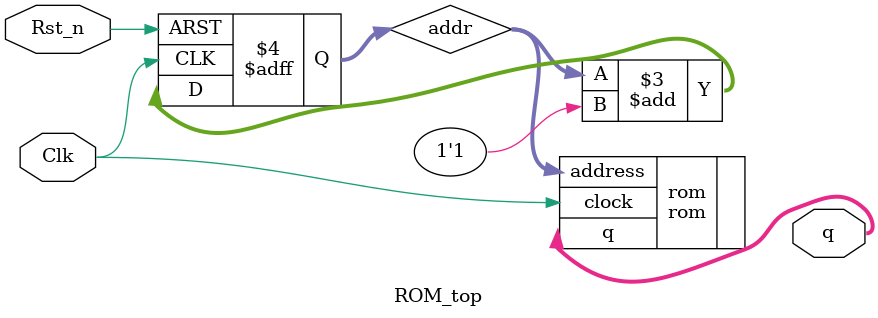
<source format=v>
module ROM_top(Clk,Rst_n,q);

	input Clk;
	input Rst_n;
	
	output [7:0]q;
	
	reg [7:0]addr;
	
	rom rom(
		.address(addr),
		.clock(Clk),
		.q(q)
	);
	
	always@(posedge Clk or negedge Rst_n)
	if(!Rst_n)
		addr <= 8'd0;
	else 
		addr <= addr + 1'b1;

endmodule

</source>
